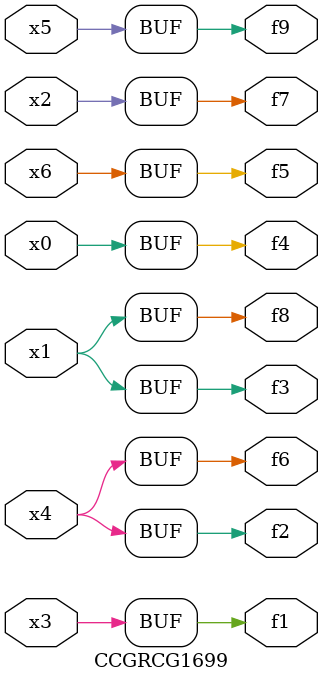
<source format=v>
module CCGRCG1699(
	input x0, x1, x2, x3, x4, x5, x6,
	output f1, f2, f3, f4, f5, f6, f7, f8, f9
);
	assign f1 = x3;
	assign f2 = x4;
	assign f3 = x1;
	assign f4 = x0;
	assign f5 = x6;
	assign f6 = x4;
	assign f7 = x2;
	assign f8 = x1;
	assign f9 = x5;
endmodule

</source>
